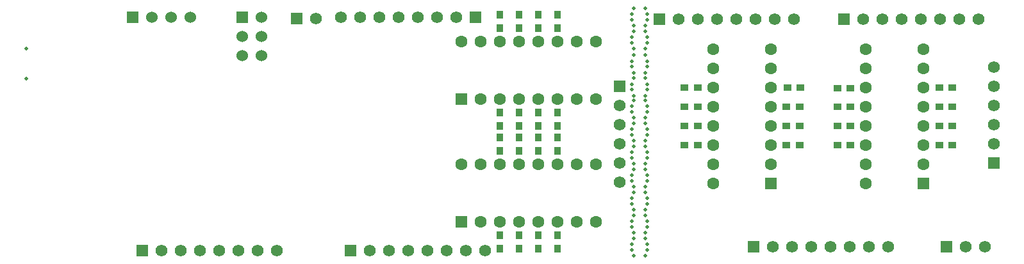
<source format=gbr>
%TF.GenerationSoftware,KiCad,Pcbnew,(6.0.4)*%
%TF.CreationDate,2022-05-03T20:53:16-03:00*%
%TF.ProjectId,PXN_2119,50584e5f-3231-4313-992e-6b696361645f,rev?*%
%TF.SameCoordinates,Original*%
%TF.FileFunction,Soldermask,Bot*%
%TF.FilePolarity,Negative*%
%FSLAX46Y46*%
G04 Gerber Fmt 4.6, Leading zero omitted, Abs format (unit mm)*
G04 Created by KiCad (PCBNEW (6.0.4)) date 2022-05-03 20:53:16*
%MOMM*%
%LPD*%
G01*
G04 APERTURE LIST*
%ADD10R,1.575000X1.575000*%
%ADD11C,1.575000*%
%ADD12R,0.950000X1.050000*%
%ADD13R,1.050000X0.950000*%
%ADD14R,1.600000X1.600000*%
%ADD15C,1.600000*%
%ADD16R,1.524000X1.524000*%
%ADD17C,1.524000*%
%ADD18C,0.500000*%
G04 APERTURE END LIST*
D10*
%TO.C,H4*%
X141059000Y-83097000D03*
D11*
X138519000Y-83097000D03*
X135979000Y-83097000D03*
X133439000Y-83097000D03*
X130899000Y-83097000D03*
X128359000Y-83097000D03*
X125819000Y-83097000D03*
X123279000Y-83097000D03*
%TD*%
D12*
%TO.C,R21*%
X149314000Y-100736000D03*
X149314000Y-98986000D03*
%TD*%
D13*
%TO.C,R37*%
X182094000Y-94908000D03*
X183844000Y-94908000D03*
%TD*%
D12*
%TO.C,R16*%
X144234000Y-95684000D03*
X144234000Y-97434000D03*
%TD*%
D14*
%TO.C,U4*%
X139154000Y-110148000D03*
D15*
X141694000Y-110148000D03*
X144234000Y-110148000D03*
X146774000Y-110148000D03*
X149314000Y-110148000D03*
X151854000Y-110148000D03*
X154394000Y-110148000D03*
X156934000Y-110148000D03*
X156934000Y-102528000D03*
X154394000Y-102528000D03*
X151854000Y-102528000D03*
X149314000Y-102528000D03*
X146774000Y-102528000D03*
X144234000Y-102528000D03*
X141694000Y-102528000D03*
X139154000Y-102528000D03*
%TD*%
D16*
%TO.C,P1*%
X110198000Y-83097000D03*
D17*
X112738000Y-83097000D03*
X110198000Y-85637000D03*
X112738000Y-85637000D03*
X110198000Y-88177000D03*
X112738000Y-88177000D03*
%TD*%
D12*
%TO.C,R26*%
X149314000Y-111940000D03*
X149314000Y-113690000D03*
%TD*%
D10*
%TO.C,H6*%
X203289000Y-113475000D03*
D11*
X205829000Y-113475000D03*
X208369000Y-113475000D03*
%TD*%
D12*
%TO.C,R15*%
X144234000Y-84480000D03*
X144234000Y-82730000D03*
%TD*%
D10*
%TO.C,H8*%
X209512000Y-102401000D03*
D11*
X209512000Y-99861000D03*
X209512000Y-97321000D03*
X209512000Y-94781000D03*
X209512000Y-92241000D03*
X209512000Y-89701000D03*
%TD*%
D12*
%TO.C,R20*%
X151854000Y-100736000D03*
X151854000Y-98986000D03*
%TD*%
D14*
%TO.C,U5*%
X200241000Y-105068000D03*
D15*
X200241000Y-102528000D03*
X200241000Y-99988000D03*
X200241000Y-97448000D03*
X200241000Y-94908000D03*
X200241000Y-92368000D03*
X200241000Y-89828000D03*
X200241000Y-87288000D03*
X192621000Y-87288000D03*
X192621000Y-89828000D03*
X192621000Y-92368000D03*
X192621000Y-94908000D03*
X192621000Y-97448000D03*
X192621000Y-99988000D03*
X192621000Y-102528000D03*
X192621000Y-105068000D03*
%TD*%
D18*
%TO.C,U3*%
X81667000Y-91193000D03*
X81667000Y-87193000D03*
%TD*%
%TO.C,mouse-bite-1mm-slot-6*%
X163464000Y-99424000D03*
X161714000Y-97924000D03*
X163714000Y-98624000D03*
X161964000Y-97124000D03*
X163464000Y-97124000D03*
X161714000Y-98624000D03*
X161964000Y-99424000D03*
X163714000Y-97924000D03*
%TD*%
D12*
%TO.C,R25*%
X146774000Y-111940000D03*
X146774000Y-113690000D03*
%TD*%
D10*
%TO.C,H1*%
X165316000Y-83351000D03*
D11*
X167856000Y-83351000D03*
X170396000Y-83351000D03*
X172936000Y-83351000D03*
X175476000Y-83351000D03*
X178016000Y-83351000D03*
X180556000Y-83351000D03*
X183096000Y-83351000D03*
%TD*%
D18*
%TO.C,mouse-bite-1mm-slot-1*%
X161964000Y-114664000D03*
X161714000Y-113164000D03*
X161714000Y-113864000D03*
X163464000Y-112364000D03*
X163714000Y-113864000D03*
X163464000Y-114664000D03*
X163714000Y-113164000D03*
X161964000Y-112364000D03*
%TD*%
D12*
%TO.C,R22*%
X146774000Y-100736000D03*
X146774000Y-98986000D03*
%TD*%
D13*
%TO.C,R33*%
X190575000Y-97448000D03*
X188825000Y-97448000D03*
%TD*%
D18*
%TO.C,mouse-bite-1mm-slot-11*%
X161964000Y-84184000D03*
X163464000Y-81884000D03*
X161714000Y-82684000D03*
X163714000Y-82684000D03*
X161714000Y-83384000D03*
X163714000Y-83384000D03*
X161964000Y-81884000D03*
X163464000Y-84184000D03*
%TD*%
%TO.C,mouse-bite-1mm-slot-3*%
X163464000Y-106268000D03*
X163464000Y-108568000D03*
X161964000Y-108568000D03*
X161714000Y-107768000D03*
X163714000Y-107768000D03*
X161714000Y-107068000D03*
X163714000Y-107068000D03*
X161964000Y-106268000D03*
%TD*%
D12*
%TO.C,R24*%
X144234000Y-111940000D03*
X144234000Y-113690000D03*
%TD*%
D13*
%TO.C,R28*%
X202287000Y-92368000D03*
X204037000Y-92368000D03*
%TD*%
D10*
%TO.C,H2*%
X189700000Y-83351000D03*
D11*
X192240000Y-83351000D03*
X194780000Y-83351000D03*
X197320000Y-83351000D03*
X199860000Y-83351000D03*
X202400000Y-83351000D03*
X204940000Y-83351000D03*
X207480000Y-83351000D03*
%TD*%
D10*
%TO.C,H9*%
X96990000Y-113958000D03*
D11*
X99530000Y-113958000D03*
X102070000Y-113958000D03*
X104610000Y-113958000D03*
X107150000Y-113958000D03*
X109690000Y-113958000D03*
X112230000Y-113958000D03*
X114770000Y-113958000D03*
%TD*%
D13*
%TO.C,R31*%
X202287000Y-99988000D03*
X204037000Y-99988000D03*
%TD*%
%TO.C,R30*%
X202287000Y-97448000D03*
X204037000Y-97448000D03*
%TD*%
D16*
%TO.C,P2*%
X95720000Y-83097000D03*
D17*
X98260000Y-83097000D03*
X100800000Y-83097000D03*
X103340000Y-83097000D03*
%TD*%
D12*
%TO.C,R12*%
X151854000Y-84480000D03*
X151854000Y-82730000D03*
%TD*%
D18*
%TO.C,mouse-bite-1mm-slot-4*%
X163464000Y-103220000D03*
X161714000Y-104720000D03*
X163714000Y-104020000D03*
X161964000Y-105520000D03*
X163464000Y-105520000D03*
X163714000Y-104720000D03*
X161714000Y-104020000D03*
X161964000Y-103220000D03*
%TD*%
D13*
%TO.C,R32*%
X190575000Y-99988000D03*
X188825000Y-99988000D03*
%TD*%
D12*
%TO.C,R23*%
X144234000Y-100736000D03*
X144234000Y-98986000D03*
%TD*%
%TO.C,R14*%
X146774000Y-84480000D03*
X146774000Y-82730000D03*
%TD*%
D13*
%TO.C,R34*%
X190575000Y-94908000D03*
X188825000Y-94908000D03*
%TD*%
D14*
%TO.C,U6*%
X180048000Y-105068000D03*
D15*
X180048000Y-102528000D03*
X180048000Y-99988000D03*
X180048000Y-97448000D03*
X180048000Y-94908000D03*
X180048000Y-92368000D03*
X180048000Y-89828000D03*
X180048000Y-87288000D03*
X172428000Y-87288000D03*
X172428000Y-89828000D03*
X172428000Y-92368000D03*
X172428000Y-94908000D03*
X172428000Y-97448000D03*
X172428000Y-99988000D03*
X172428000Y-102528000D03*
X172428000Y-105068000D03*
%TD*%
D12*
%TO.C,R19*%
X151854000Y-95684000D03*
X151854000Y-97434000D03*
%TD*%
D10*
%TO.C,H10*%
X124549000Y-113958000D03*
D11*
X127089000Y-113958000D03*
X129629000Y-113958000D03*
X132169000Y-113958000D03*
X134709000Y-113958000D03*
X137249000Y-113958000D03*
X139789000Y-113958000D03*
X142329000Y-113958000D03*
%TD*%
D18*
%TO.C,mouse-bite-1mm-slot-9*%
X161702000Y-89600000D03*
X163702000Y-88900000D03*
X161952000Y-90400000D03*
X161952000Y-88100000D03*
X163702000Y-89600000D03*
X163452000Y-90400000D03*
X161702000Y-88900000D03*
X163452000Y-88100000D03*
%TD*%
D13*
%TO.C,R42*%
X170382000Y-94908000D03*
X168632000Y-94908000D03*
%TD*%
D14*
%TO.C,U2*%
X139154000Y-93892000D03*
D15*
X141694000Y-93892000D03*
X144234000Y-93892000D03*
X146774000Y-93892000D03*
X149314000Y-93892000D03*
X151854000Y-93892000D03*
X154394000Y-93892000D03*
X156934000Y-93892000D03*
X156934000Y-86272000D03*
X154394000Y-86272000D03*
X151854000Y-86272000D03*
X149314000Y-86272000D03*
X146774000Y-86272000D03*
X144234000Y-86272000D03*
X141694000Y-86272000D03*
X139154000Y-86272000D03*
%TD*%
D18*
%TO.C,mouse-bite-1mm-slot-10*%
X163464000Y-87232000D03*
X163714000Y-85732000D03*
X161714000Y-86432000D03*
X163464000Y-84932000D03*
X161714000Y-85732000D03*
X161964000Y-87232000D03*
X161964000Y-84932000D03*
X163714000Y-86432000D03*
%TD*%
D13*
%TO.C,R39*%
X182094000Y-99988000D03*
X183844000Y-99988000D03*
%TD*%
D12*
%TO.C,R27*%
X151854000Y-111940000D03*
X151854000Y-113690000D03*
%TD*%
%TO.C,R18*%
X149314000Y-95684000D03*
X149314000Y-97434000D03*
%TD*%
D13*
%TO.C,R40*%
X170382000Y-99988000D03*
X168632000Y-99988000D03*
%TD*%
D10*
%TO.C,H7*%
X160109000Y-92241000D03*
D11*
X160109000Y-94781000D03*
X160109000Y-97321000D03*
X160109000Y-99861000D03*
X160109000Y-102401000D03*
X160109000Y-104941000D03*
%TD*%
D18*
%TO.C,mouse-bite-1mm-slot-8*%
X163702000Y-91948000D03*
X161702000Y-91948000D03*
X163452000Y-91148000D03*
X161952000Y-91148000D03*
X161952000Y-93448000D03*
X163702000Y-92648000D03*
X163452000Y-93448000D03*
X161702000Y-92648000D03*
%TD*%
D13*
%TO.C,R35*%
X190575000Y-92495000D03*
X188825000Y-92495000D03*
%TD*%
%TO.C,R38*%
X182094000Y-97448000D03*
X183844000Y-97448000D03*
%TD*%
D18*
%TO.C,mouse-bite-1mm-slot-5*%
X163714000Y-101672000D03*
X163464000Y-100172000D03*
X161964000Y-102472000D03*
X163464000Y-102472000D03*
X161714000Y-101672000D03*
X163714000Y-100972000D03*
X161714000Y-100972000D03*
X161964000Y-100172000D03*
%TD*%
%TO.C,mouse-bite-1mm-slot-2*%
X161964000Y-111616000D03*
X163464000Y-111616000D03*
X161964000Y-109316000D03*
X163714000Y-110816000D03*
X163464000Y-109316000D03*
X163714000Y-110116000D03*
X161714000Y-110116000D03*
X161714000Y-110816000D03*
%TD*%
D13*
%TO.C,R29*%
X202287000Y-94908000D03*
X204037000Y-94908000D03*
%TD*%
D12*
%TO.C,R17*%
X146774000Y-95684000D03*
X146774000Y-97434000D03*
%TD*%
D13*
%TO.C,R41*%
X170382000Y-97448000D03*
X168632000Y-97448000D03*
%TD*%
D10*
%TO.C,H3*%
X177762000Y-113450000D03*
D11*
X180302000Y-113450000D03*
X182842000Y-113450000D03*
X185382000Y-113450000D03*
X187922000Y-113450000D03*
X190462000Y-113450000D03*
X193002000Y-113450000D03*
X195542000Y-113450000D03*
%TD*%
D10*
%TO.C,H5*%
X117437000Y-83224000D03*
D11*
X119977000Y-83224000D03*
%TD*%
D13*
%TO.C,R36*%
X182221000Y-92368000D03*
X183971000Y-92368000D03*
%TD*%
%TO.C,R43*%
X170382000Y-92368000D03*
X168632000Y-92368000D03*
%TD*%
D12*
%TO.C,R13*%
X149314000Y-84480000D03*
X149314000Y-82730000D03*
%TD*%
D18*
%TO.C,mouse-bite-1mm-slot-7*%
X163702000Y-95576000D03*
X163452000Y-94076000D03*
X163702000Y-94876000D03*
X161952000Y-96376000D03*
X161702000Y-94876000D03*
X161952000Y-94076000D03*
X163452000Y-96376000D03*
X161702000Y-95576000D03*
%TD*%
M02*

</source>
